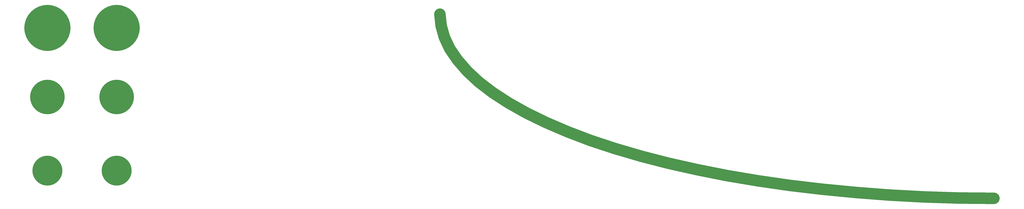
<source format=gbr>
G04 start of page 4 for group 4 idx 4 *
G04 Title: (unknown), power *
G04 Creator: pcb 1.99z *
G04 CreationDate: Fri Jun 17 03:18:51 2011 UTC *
G04 For: apoelstra *
G04 Format: Gerber/RS-274X *
G04 PCB-Dimensions: 3000000 2000000 *
G04 PCB-Coordinate-Origin: lower left *
%MOIN*%
%FSLAX25Y25*%
%LNGROUP4*%
%ADD27C,0.5000*%
%ADD26C,1.0000*%
%ADD25C,0.6500*%
%ADD24C,0.7500*%
%ADD23C,0.2500*%
G54D23*X1300000Y630000D02*X1302367Y604884D01*
X1309462Y579867D01*
X1321255Y555048D01*
X1337700Y530525D01*
X1358732Y506394D01*
X1384268Y482751D01*
X1414207Y459689D01*
X1448431Y437299D01*
X1486806Y415670D01*
X1529179Y394886D01*
X1575384Y375031D01*
X1625237Y356182D01*
X1678543Y338413D01*
X1735091Y321795D01*
X1794657Y306394D01*
X1857007Y292269D01*
X1921895Y279478D01*
X1989064Y268070D01*
X2058250Y258090D01*
X2129179Y249578D01*
X2201572Y242567D01*
X2275142Y237086D01*
X2349600Y233155D01*
X2424651Y230790D01*
X2499999Y230000D01*
G54D24*X600000Y450000D03*
G54D25*Y290000D03*
G54D26*X450000Y600000D03*
X600000D03*
G54D25*X450000Y290000D03*
G54D24*Y450000D03*
G54D27*G54D23*G54D27*G54D23*G54D27*M02*

</source>
